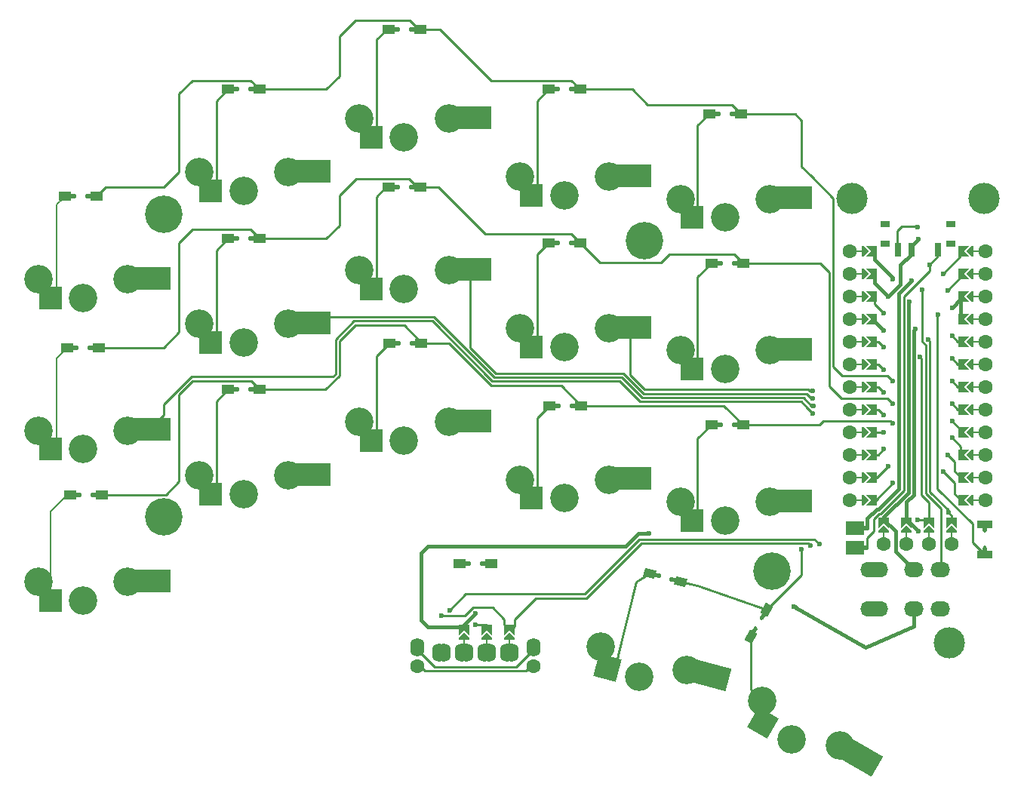
<source format=gtl>
G04 #@! TF.GenerationSoftware,KiCad,Pcbnew,7.0.6*
G04 #@! TF.CreationDate,2023-08-12T13:21:48+01:00*
G04 #@! TF.ProjectId,ferris_sweep,66657272-6973-45f7-9377-6565702e6b69,0.1*
G04 #@! TF.SameCoordinates,Original*
G04 #@! TF.FileFunction,Copper,L1,Top*
G04 #@! TF.FilePolarity,Positive*
%FSLAX46Y46*%
G04 Gerber Fmt 4.6, Leading zero omitted, Abs format (unit mm)*
G04 Created by KiCad (PCBNEW 7.0.6) date 2023-08-12 13:21:48*
%MOMM*%
%LPD*%
G01*
G04 APERTURE LIST*
G04 Aperture macros list*
%AMRotRect*
0 Rectangle, with rotation*
0 The origin of the aperture is its center*
0 $1 length*
0 $2 width*
0 $3 Rotation angle, in degrees counterclockwise*
0 Add horizontal line*
21,1,$1,$2,0,0,$3*%
%AMFreePoly0*
4,1,13,0.650000,0.228200,1.094200,0.228200,1.129555,0.213555,1.144200,0.178200,1.144200,-0.177400,1.129555,-0.212755,1.094200,-0.227400,0.650000,-0.227400,0.650000,-0.475000,-0.650000,-0.475000,-0.650000,0.475000,0.650000,0.475000,0.650000,0.228200,0.650000,0.228200,$1*%
%AMFreePoly1*
4,1,13,0.650000,-0.475000,-0.650000,-0.475000,-0.650000,-0.228600,-1.094200,-0.228600,-1.129555,-0.213955,-1.144200,-0.178600,-1.144200,0.177000,-1.129555,0.212355,-1.094200,0.227000,-0.650000,0.227000,-0.650000,0.475000,0.650000,0.475000,0.650000,-0.475000,0.650000,-0.475000,$1*%
%AMFreePoly2*
4,1,6,0.600000,0.200000,0.000000,-0.400000,-0.600000,0.200000,-0.600000,0.400000,0.600000,0.400000,0.600000,0.200000,0.600000,0.200000,$1*%
%AMFreePoly3*
4,1,5,0.125000,-0.500000,-0.125000,-0.500000,-0.125000,0.500000,0.125000,0.500000,0.125000,-0.500000,0.125000,-0.500000,$1*%
%AMFreePoly4*
4,1,6,0.600000,-0.250000,-0.600000,-0.250000,-0.600000,1.000000,0.000000,0.400000,0.600000,1.000000,0.600000,-0.250000,0.600000,-0.250000,$1*%
%AMFreePoly5*
4,1,13,0.450000,0.228600,0.723200,0.228600,0.758555,0.213955,0.773200,0.178600,0.773200,-0.177000,0.758555,-0.212355,0.723200,-0.227000,0.450000,-0.227000,0.450000,-0.850000,-0.450000,-0.850000,-0.450000,0.850000,0.450000,0.850000,0.450000,0.228600,0.450000,0.228600,$1*%
%AMFreePoly6*
4,1,13,0.750000,-1.050000,0.229000,-1.050000,0.229000,-1.335200,0.214355,-1.370555,0.179000,-1.385200,-0.176600,-1.385200,-0.211955,-1.370555,-0.226600,-1.335200,-0.226600,-1.050000,-0.750000,-1.050000,-0.750000,1.050000,0.750000,1.050000,0.750000,-1.050000,0.750000,-1.050000,$1*%
%AMFreePoly7*
4,1,13,0.750000,-1.050000,0.228600,-1.050000,0.228600,-1.335200,0.213955,-1.370555,0.178600,-1.385200,-0.177000,-1.385200,-0.212355,-1.370555,-0.227000,-1.335200,-0.227000,-1.050000,-0.750000,-1.050000,-0.750000,1.050000,0.750000,1.050000,0.750000,-1.050000,0.750000,-1.050000,$1*%
G04 Aperture macros list end*
G04 #@! TA.AperFunction,ComponentPad*
%ADD10C,4.200000*%
G04 #@! TD*
G04 #@! TA.AperFunction,SMDPad,CuDef*
%ADD11FreePoly0,180.000000*%
G04 #@! TD*
G04 #@! TA.AperFunction,ComponentPad*
%ADD12C,0.457200*%
G04 #@! TD*
G04 #@! TA.AperFunction,SMDPad,CuDef*
%ADD13FreePoly1,180.000000*%
G04 #@! TD*
G04 #@! TA.AperFunction,ComponentPad*
%ADD14C,3.200000*%
G04 #@! TD*
G04 #@! TA.AperFunction,SMDPad,CuDef*
%ADD15R,4.800000X2.600000*%
G04 #@! TD*
G04 #@! TA.AperFunction,SMDPad,CuDef*
%ADD16R,2.600000X2.600000*%
G04 #@! TD*
G04 #@! TA.AperFunction,ComponentPad*
%ADD17O,1.600000X2.100000*%
G04 #@! TD*
G04 #@! TA.AperFunction,SMDPad,CuDef*
%ADD18FreePoly2,180.000000*%
G04 #@! TD*
G04 #@! TA.AperFunction,SMDPad,CuDef*
%ADD19FreePoly3,180.000000*%
G04 #@! TD*
G04 #@! TA.AperFunction,SMDPad,CuDef*
%ADD20FreePoly4,180.000000*%
G04 #@! TD*
G04 #@! TA.AperFunction,ComponentPad*
%ADD21C,1.600000*%
G04 #@! TD*
G04 #@! TA.AperFunction,SMDPad,CuDef*
%ADD22RotRect,2.600000X4.800000X60.000000*%
G04 #@! TD*
G04 #@! TA.AperFunction,SMDPad,CuDef*
%ADD23RotRect,2.600000X2.600000X60.000000*%
G04 #@! TD*
G04 #@! TA.AperFunction,SMDPad,CuDef*
%ADD24FreePoly5,90.000000*%
G04 #@! TD*
G04 #@! TA.AperFunction,SMDPad,CuDef*
%ADD25FreePoly5,270.000000*%
G04 #@! TD*
G04 #@! TA.AperFunction,SMDPad,CuDef*
%ADD26R,1.000000X0.800000*%
G04 #@! TD*
G04 #@! TA.AperFunction,SMDPad,CuDef*
%ADD27R,0.700000X1.500000*%
G04 #@! TD*
G04 #@! TA.AperFunction,ComponentPad*
%ADD28C,3.500000*%
G04 #@! TD*
G04 #@! TA.AperFunction,SMDPad,CuDef*
%ADD29FreePoly3,90.000000*%
G04 #@! TD*
G04 #@! TA.AperFunction,SMDPad,CuDef*
%ADD30FreePoly2,90.000000*%
G04 #@! TD*
G04 #@! TA.AperFunction,SMDPad,CuDef*
%ADD31FreePoly2,270.000000*%
G04 #@! TD*
G04 #@! TA.AperFunction,SMDPad,CuDef*
%ADD32FreePoly3,270.000000*%
G04 #@! TD*
G04 #@! TA.AperFunction,SMDPad,CuDef*
%ADD33FreePoly4,270.000000*%
G04 #@! TD*
G04 #@! TA.AperFunction,SMDPad,CuDef*
%ADD34FreePoly4,90.000000*%
G04 #@! TD*
G04 #@! TA.AperFunction,ComponentPad*
%ADD35O,2.200000X1.700000*%
G04 #@! TD*
G04 #@! TA.AperFunction,SMDPad,CuDef*
%ADD36RotRect,2.600000X4.800000X75.000000*%
G04 #@! TD*
G04 #@! TA.AperFunction,SMDPad,CuDef*
%ADD37RotRect,2.600000X2.600000X75.000000*%
G04 #@! TD*
G04 #@! TA.AperFunction,SMDPad,CuDef*
%ADD38FreePoly6,90.000000*%
G04 #@! TD*
G04 #@! TA.AperFunction,SMDPad,CuDef*
%ADD39FreePoly7,90.000000*%
G04 #@! TD*
G04 #@! TA.AperFunction,SMDPad,CuDef*
%ADD40FreePoly0,240.000000*%
G04 #@! TD*
G04 #@! TA.AperFunction,SMDPad,CuDef*
%ADD41FreePoly1,240.000000*%
G04 #@! TD*
G04 #@! TA.AperFunction,SMDPad,CuDef*
%ADD42FreePoly0,165.000000*%
G04 #@! TD*
G04 #@! TA.AperFunction,SMDPad,CuDef*
%ADD43FreePoly1,165.000000*%
G04 #@! TD*
G04 #@! TA.AperFunction,ViaPad*
%ADD44C,0.600000*%
G04 #@! TD*
G04 #@! TA.AperFunction,Conductor*
%ADD45C,0.400000*%
G04 #@! TD*
G04 #@! TA.AperFunction,Conductor*
%ADD46C,0.250000*%
G04 #@! TD*
G04 #@! TA.AperFunction,Conductor*
%ADD47C,0.200000*%
G04 #@! TD*
G04 APERTURE END LIST*
D10*
X134228545Y-86750000D03*
D11*
X109050000Y-63000000D03*
D12*
X107949600Y-63000000D03*
X106600400Y-62999600D03*
D13*
X105500000Y-63000000D03*
D14*
X102229546Y-107039471D03*
X107229546Y-109139471D03*
X112229546Y-107039471D03*
D15*
X114629546Y-106939471D03*
D16*
X103529546Y-109139471D03*
D17*
X111163509Y-132975624D03*
X111687509Y-132975624D03*
X113703509Y-132975624D03*
D18*
X113965509Y-131100624D03*
D19*
X113965509Y-131608624D03*
D17*
X114227509Y-132975624D03*
X116243509Y-132975624D03*
D18*
X116505509Y-131100624D03*
D19*
X116505509Y-131608624D03*
D17*
X116767509Y-132975624D03*
X118783509Y-132975624D03*
D18*
X119045509Y-131100624D03*
D19*
X119045509Y-131608624D03*
D17*
X119307509Y-132975624D03*
D20*
X119045509Y-130084624D03*
X116505509Y-130084624D03*
X113965509Y-130084624D03*
D21*
X108687509Y-134450624D03*
X121783509Y-134450624D03*
D17*
X108687509Y-132350624D03*
X121783509Y-132350624D03*
D10*
X80250000Y-83750000D03*
D11*
X73000000Y-98750000D03*
D12*
X71899600Y-98750000D03*
X70550400Y-98749600D03*
D13*
X69450000Y-98750000D03*
D14*
X147436383Y-138408989D03*
X150716510Y-142727642D03*
X156096637Y-143408989D03*
D22*
X158225098Y-144522386D03*
D23*
X147512216Y-140877642D03*
D24*
X172380034Y-121952819D03*
D12*
X172380034Y-121223219D03*
X172380034Y-119283219D03*
D25*
X172380034Y-118552819D03*
D11*
X72750000Y-81750000D03*
D12*
X71649600Y-81750000D03*
X70300400Y-81749600D03*
D13*
X69200000Y-81750000D03*
D26*
X168540258Y-87100219D03*
X168540258Y-84900219D03*
X161240258Y-87100219D03*
X161240258Y-84900219D03*
D27*
X167140258Y-87750219D03*
X164140258Y-87750219D03*
X162640258Y-87750219D03*
D14*
X66229542Y-125039972D03*
X71229542Y-127139972D03*
X76229542Y-125039972D03*
D15*
X78629542Y-124939972D03*
D16*
X67529542Y-127139972D03*
D11*
X145250000Y-107400000D03*
D12*
X144149600Y-107400000D03*
X142800400Y-107399600D03*
D13*
X141700000Y-107400000D03*
D28*
X172281378Y-81999725D03*
D14*
X120228544Y-96539470D03*
X125228544Y-98639470D03*
X130228544Y-96539470D03*
D15*
X132628544Y-96439470D03*
D16*
X121528544Y-98639470D03*
D11*
X127000000Y-69750000D03*
D12*
X125899600Y-69750000D03*
X124550400Y-69749600D03*
D13*
X123450000Y-69750000D03*
D11*
X109025000Y-80750000D03*
D12*
X107924600Y-80750000D03*
X106575400Y-80749600D03*
D13*
X105475000Y-80750000D03*
D11*
X127000000Y-87000000D03*
D12*
X125899600Y-87000000D03*
X124550400Y-86999600D03*
D13*
X123450000Y-87000000D03*
D28*
X157500056Y-82000182D03*
D11*
X145000000Y-72500000D03*
D12*
X143899600Y-72500000D03*
X142550400Y-72499600D03*
D13*
X141450000Y-72500000D03*
D14*
X138229546Y-99039475D03*
X143229546Y-101139475D03*
X148229546Y-99039475D03*
D15*
X150629546Y-98939475D03*
D16*
X139529546Y-101139475D03*
D21*
X157270259Y-87893222D03*
X157270259Y-90433222D03*
X157270259Y-92973222D03*
X157270259Y-95513222D03*
X157270259Y-98053222D03*
X157270259Y-100593222D03*
X157270259Y-103133222D03*
X157270259Y-105673222D03*
X157270259Y-108213222D03*
X157270259Y-110753222D03*
X157270259Y-113293222D03*
X157270259Y-115833222D03*
D29*
X158540259Y-87893222D03*
X158540259Y-90433222D03*
X158540259Y-92973222D03*
X158540259Y-95513222D03*
X158540259Y-98053222D03*
X158540259Y-100593222D03*
X158540259Y-103133222D03*
X158540259Y-105673222D03*
X158540259Y-108213222D03*
X158540259Y-110753222D03*
X158540259Y-113293222D03*
X158540259Y-115833222D03*
D30*
X159048259Y-87893222D03*
X159048259Y-90433222D03*
X159048259Y-92973222D03*
X159048259Y-95513222D03*
X159048259Y-98053222D03*
X159048259Y-100593222D03*
X159048259Y-103133222D03*
X159048259Y-105673222D03*
X159048259Y-108213222D03*
X159048259Y-110753222D03*
X159048259Y-113293222D03*
X159048259Y-115833222D03*
D31*
X170732259Y-87893222D03*
X170732259Y-90433222D03*
X170732259Y-92973222D03*
X170732259Y-95513222D03*
X170732259Y-98053222D03*
X170732259Y-100593222D03*
X170732259Y-103133222D03*
X170732259Y-105673222D03*
X170732259Y-108213222D03*
X170732259Y-110753222D03*
X170732259Y-113293222D03*
X170732259Y-115833222D03*
D32*
X171240259Y-87893222D03*
X171240259Y-90433222D03*
X171240259Y-92973222D03*
X171240259Y-95513222D03*
X171240259Y-98053222D03*
X171240259Y-100593222D03*
X171240259Y-103133222D03*
X171240259Y-105673222D03*
X171240259Y-108213222D03*
X171240259Y-110753222D03*
X171240259Y-113293222D03*
X171240259Y-115833222D03*
D21*
X172510259Y-87893222D03*
X172510259Y-90433222D03*
X172510259Y-92973222D03*
X172510259Y-95513222D03*
X172510259Y-98053222D03*
X172510259Y-100593222D03*
X172510259Y-103133222D03*
X172510259Y-105673222D03*
X172510259Y-108213222D03*
X172510259Y-110753222D03*
X172510259Y-113293222D03*
X172510259Y-115833222D03*
D33*
X169716259Y-87893222D03*
X169716259Y-90433222D03*
X169716259Y-92973222D03*
X169716259Y-95513222D03*
X169716259Y-98053222D03*
X169716259Y-100593222D03*
X169716259Y-103133222D03*
X169716259Y-105673222D03*
X169716259Y-108213222D03*
X169716259Y-110753222D03*
X169716259Y-113293222D03*
X169716259Y-115833222D03*
D34*
X160064259Y-115833222D03*
X160064259Y-113293222D03*
X160064259Y-110753222D03*
X160064259Y-108213222D03*
X160064259Y-105673222D03*
X160064259Y-103133222D03*
X160064259Y-100593222D03*
X160064259Y-98053222D03*
X160064259Y-95513222D03*
X160064259Y-92973222D03*
X160064259Y-90433222D03*
X160064259Y-87893222D03*
D14*
X66229542Y-91039972D03*
X71229542Y-93139972D03*
X76229542Y-91039972D03*
D15*
X78629542Y-90939972D03*
D16*
X67529542Y-93139972D03*
D11*
X73300000Y-115250000D03*
D12*
X72199600Y-115250000D03*
X70850400Y-115249600D03*
D13*
X69750000Y-115250000D03*
D14*
X84229547Y-113039974D03*
X89229547Y-115139974D03*
X94229547Y-113039974D03*
D15*
X96629547Y-112939974D03*
D16*
X85529547Y-115139974D03*
D35*
X159504707Y-123624920D03*
X159504707Y-128024920D03*
X167404707Y-123624920D03*
X167404707Y-128024920D03*
X164404707Y-123624920D03*
X164404707Y-128024920D03*
X160404707Y-123624920D03*
X160404707Y-128024920D03*
D14*
X102229543Y-73039473D03*
X107229543Y-75139473D03*
X112229543Y-73039473D03*
D15*
X114629543Y-72939473D03*
D16*
X103529543Y-75139473D03*
D14*
X138229546Y-82039472D03*
X143229546Y-84139472D03*
X148229546Y-82039472D03*
D15*
X150629546Y-81939472D03*
D16*
X139529546Y-84139472D03*
D14*
X66229542Y-108039972D03*
X71229542Y-110139972D03*
X76229542Y-108039972D03*
D15*
X78629542Y-107939972D03*
D16*
X67529542Y-110139972D03*
D28*
X168386407Y-131897959D03*
D18*
X161080438Y-119094911D03*
D19*
X161080438Y-119602911D03*
D21*
X161080438Y-120752911D03*
D18*
X163620438Y-119094911D03*
D19*
X163620438Y-119602911D03*
D21*
X163620438Y-120752911D03*
D18*
X166160438Y-119094911D03*
D19*
X166160438Y-119602911D03*
D21*
X166160438Y-120752911D03*
D18*
X168700438Y-119094911D03*
D19*
X168700438Y-119602911D03*
D21*
X168700438Y-120752911D03*
D20*
X168700438Y-118078911D03*
X166160438Y-118078911D03*
X163620438Y-118078911D03*
X161080438Y-118078911D03*
D14*
X120228544Y-113539471D03*
X125228544Y-115639471D03*
X130228544Y-113539471D03*
D15*
X132628544Y-113439471D03*
D16*
X121528544Y-115639471D03*
D11*
X127100400Y-105250000D03*
D12*
X126000000Y-105250000D03*
X124650800Y-105249600D03*
D13*
X123550400Y-105250000D03*
D11*
X117000000Y-123000000D03*
D12*
X115899600Y-123000000D03*
X114550400Y-122999600D03*
D13*
X113450000Y-123000000D03*
D14*
X84229547Y-96039968D03*
X89229547Y-98139968D03*
X94229547Y-96039968D03*
D15*
X96629547Y-95939968D03*
D16*
X85529547Y-98139968D03*
D14*
X120228547Y-79539475D03*
X125228547Y-81639475D03*
X130228547Y-79539475D03*
D15*
X132628547Y-79439475D03*
D16*
X121528547Y-81639475D03*
D11*
X91000000Y-86500000D03*
D12*
X89899600Y-86500000D03*
X88550400Y-86499600D03*
D13*
X87450000Y-86500000D03*
D11*
X91000000Y-103450000D03*
D12*
X89899600Y-103450000D03*
X88550400Y-103449600D03*
D13*
X87450000Y-103450000D03*
D10*
X80250000Y-117750000D03*
D14*
X129315445Y-132315595D03*
X133601555Y-135638134D03*
X138974704Y-134903785D03*
D36*
X141318808Y-135428358D03*
D37*
X130027629Y-134680504D03*
D14*
X102229546Y-90039470D03*
X107229546Y-92139470D03*
X112229546Y-90039470D03*
D15*
X114629546Y-89939470D03*
D16*
X103529546Y-92139470D03*
D11*
X109100400Y-98250000D03*
D12*
X108000000Y-98250000D03*
X106650800Y-98249600D03*
D13*
X105550400Y-98250000D03*
D12*
X159199031Y-118951006D03*
D38*
X157857431Y-118951406D03*
D12*
X159199031Y-121151406D03*
D39*
X157857431Y-121151406D03*
D10*
X148510701Y-123849903D03*
D11*
X91000000Y-69750000D03*
D12*
X89899600Y-69750000D03*
X88550400Y-69749600D03*
D13*
X87450000Y-69750000D03*
D40*
X147875000Y-128125610D03*
D12*
X147324800Y-129078584D03*
X146649854Y-130246826D03*
D41*
X146100000Y-131200000D03*
D42*
X138250000Y-125000000D03*
D12*
X137187096Y-124715195D03*
X135883972Y-124365610D03*
D43*
X134820964Y-124081192D03*
D14*
X138229549Y-116039469D03*
X143229549Y-118139469D03*
X148229549Y-116039469D03*
D15*
X150629549Y-115939469D03*
D16*
X139529549Y-118139469D03*
D11*
X145250000Y-89250000D03*
D12*
X144149600Y-89250000D03*
X142800400Y-89249600D03*
D13*
X141700000Y-89250000D03*
D14*
X84229545Y-79039973D03*
X89229545Y-81139973D03*
X94229545Y-79039973D03*
D15*
X96629545Y-78939973D03*
D16*
X85529545Y-81139973D03*
D44*
X162064260Y-91068224D03*
X164150941Y-91232744D03*
X166170430Y-89423077D03*
X168716265Y-102498220D03*
X162064272Y-102498223D03*
X168716263Y-94243233D03*
X164898752Y-86600040D03*
X115235511Y-128534091D03*
X134700000Y-119625500D03*
X163912790Y-93618485D03*
X151000000Y-127800000D03*
X161564265Y-92973223D03*
X164570972Y-96618710D03*
X164894673Y-119344672D03*
X161064266Y-96783226D03*
X162064271Y-105038229D03*
X168716267Y-105038227D03*
X165390969Y-92248714D03*
X168216268Y-92338225D03*
X161064264Y-94878218D03*
X167094670Y-95005009D03*
X162064272Y-107187407D03*
X168716262Y-106943229D03*
X168716267Y-108848231D03*
X151800000Y-121400000D03*
X153100253Y-104406311D03*
X161064260Y-103768221D03*
X112341002Y-128179582D03*
X167716262Y-112658232D03*
X115235509Y-129804096D03*
X153800000Y-120800000D03*
X168216267Y-110753229D03*
X152800000Y-120900000D03*
X111425513Y-128804094D03*
X167716267Y-90433225D03*
X166017734Y-97803228D03*
X168282448Y-117227242D03*
X168716263Y-97418226D03*
X165118690Y-99768703D03*
X168716269Y-99958226D03*
X164890426Y-118078912D03*
X161064270Y-108213224D03*
X153094568Y-106105432D03*
X153125153Y-105252840D03*
X161064264Y-106308226D03*
X161064260Y-101228225D03*
X153100000Y-103600000D03*
X161064261Y-98688225D03*
X164890260Y-85200221D03*
X162064263Y-113928217D03*
X161564264Y-112023221D03*
X161064265Y-110118221D03*
D45*
X162763772Y-114548714D02*
X160479742Y-116832740D01*
X164150941Y-91234385D02*
X162763773Y-92621556D01*
X164150941Y-91232744D02*
X164150941Y-91234385D01*
X160479742Y-116832740D02*
X160273087Y-116832745D01*
X160064268Y-88888668D02*
X160064268Y-87893222D01*
X162064260Y-90888660D02*
X160064268Y-88888668D01*
X164150941Y-91234391D02*
X164150941Y-91232744D01*
X162763773Y-92621556D02*
X162763772Y-114548714D01*
X160273087Y-116832745D02*
X159199030Y-117906800D01*
X159199030Y-117906800D02*
X159199032Y-118951007D01*
X162064260Y-91068224D02*
X162064260Y-90888660D01*
D46*
X159911517Y-119346343D02*
X159199032Y-120058829D01*
X160493142Y-117357269D02*
X160490348Y-117357269D01*
X163288291Y-92991392D02*
X163288292Y-114765975D01*
X166170430Y-89423077D02*
X166170430Y-90109252D01*
X160490348Y-117357269D02*
X159911517Y-117936100D01*
X160493142Y-117357260D02*
X160493142Y-117357269D01*
X159911517Y-117936100D02*
X159911517Y-119346343D01*
X166170430Y-90109252D02*
X163288291Y-92991392D01*
X160697010Y-117357261D02*
X160493142Y-117357260D01*
X159199032Y-120058829D02*
X159199030Y-121151406D01*
X167148746Y-88444757D02*
X166170430Y-89423077D01*
X163288292Y-114765975D02*
X160697010Y-117357261D01*
X167148744Y-87750031D02*
X167148746Y-88444757D01*
X151850000Y-73250000D02*
X151850000Y-78400000D01*
X91000000Y-69750000D02*
X98500000Y-69750000D01*
X83500000Y-68750000D02*
X90000000Y-68750000D01*
X126000000Y-68750000D02*
X127000000Y-69750000D01*
X169351266Y-103133227D02*
X168716265Y-102498220D01*
X82000000Y-70250000D02*
X83500000Y-68750000D01*
X100000000Y-68250000D02*
X100000000Y-63750000D01*
X152925285Y-79475285D02*
X155400000Y-81950000D01*
X111250000Y-63000000D02*
X117000000Y-68750000D01*
X90000000Y-68750000D02*
X91000000Y-69750000D01*
X161444359Y-101878310D02*
X162064272Y-102498223D01*
X156378310Y-101878310D02*
X161444359Y-101878310D01*
X117000000Y-68750000D02*
X126000000Y-68750000D01*
X72750000Y-81750000D02*
X73750000Y-80750000D01*
X108850400Y-63000000D02*
X111250000Y-63000000D01*
X107850400Y-62000000D02*
X108850400Y-63000000D01*
X155400000Y-81950000D02*
X155400000Y-100900000D01*
X145000000Y-72500000D02*
X151100000Y-72500000D01*
X134561957Y-71500000D02*
X144000000Y-71500000D01*
X144000000Y-71500000D02*
X145000000Y-72500000D01*
X100000000Y-63750000D02*
X101750000Y-62000000D01*
X101750000Y-62000000D02*
X107850400Y-62000000D01*
X132811957Y-69750000D02*
X134561957Y-71500000D01*
X80250000Y-80750000D02*
X82000000Y-79000000D01*
X155400000Y-100900000D02*
X156378310Y-101878310D01*
X73750000Y-80750000D02*
X80250000Y-80750000D01*
X169716266Y-103133229D02*
X169351266Y-103133227D01*
X82000000Y-79000000D02*
X82000000Y-70250000D01*
X127000000Y-69750000D02*
X132811957Y-69750000D01*
X151100000Y-72500000D02*
X151850000Y-73250000D01*
X98500000Y-69750000D02*
X100000000Y-68250000D01*
X151850000Y-78400000D02*
X152925285Y-79475285D01*
D45*
X169716268Y-92973220D02*
X169716261Y-95513220D01*
X164148749Y-88254755D02*
X162935430Y-89468066D01*
X133512038Y-119625500D02*
X132077538Y-121060000D01*
X132077538Y-121060000D02*
X109860000Y-121060000D01*
X164148744Y-87350041D02*
X164898752Y-86600040D01*
X160064265Y-91473224D02*
X161564265Y-92973223D01*
X164148736Y-87750035D02*
X164148749Y-88254755D01*
X164400000Y-130000000D02*
X164404707Y-128024920D01*
X109860000Y-121060000D02*
X109150000Y-121770000D01*
X162935420Y-91602053D02*
X161564265Y-92973223D01*
X162935430Y-89468066D02*
X162935420Y-91602053D01*
X161080432Y-118078912D02*
X162364670Y-119363149D01*
X159000000Y-132400000D02*
X164400000Y-130000000D01*
X161080430Y-117715624D02*
X163812814Y-114983240D01*
X113719602Y-130050000D02*
X115235511Y-128534091D01*
X161080437Y-118078912D02*
X161080430Y-117715624D01*
X151100000Y-127800000D02*
X151000000Y-127800000D01*
X109150000Y-129280000D02*
X109920000Y-130050000D01*
X169716271Y-93243223D02*
X168716263Y-94243233D01*
X163812814Y-114983240D02*
X163812815Y-93718462D01*
X162364670Y-119363149D02*
X162364675Y-121584888D01*
X169716268Y-92973220D02*
X169716271Y-93243223D01*
X109150000Y-121770000D02*
X109150000Y-129280000D01*
X151000000Y-127800000D02*
X159000000Y-132400000D01*
X164148750Y-87750031D02*
X164148744Y-87350041D01*
X163812815Y-93718462D02*
X163912790Y-93618485D01*
X134700000Y-119625500D02*
X133512038Y-119625500D01*
X109920000Y-130050000D02*
X113719602Y-130050000D01*
X162364675Y-121584888D02*
X164404707Y-123624919D01*
X160064270Y-90433231D02*
X160064265Y-91473224D01*
X164412334Y-96777352D02*
X164570972Y-96618710D01*
X160064273Y-95513235D02*
X160064265Y-95783225D01*
X164412332Y-115231574D02*
X164412334Y-96777352D01*
X163620434Y-116023474D02*
X164412332Y-115231574D01*
X163628911Y-118078909D02*
X164894673Y-119344672D01*
X160064265Y-95783225D02*
X161064266Y-96783226D01*
X163620432Y-118078913D02*
X163620434Y-116023474D01*
D46*
X87450000Y-69750000D02*
X86154545Y-71045455D01*
X86154545Y-71045455D02*
X86154545Y-80514973D01*
X86154545Y-80514973D02*
X85529545Y-81139973D01*
X105300400Y-63000000D02*
X104154543Y-64145857D01*
X104154543Y-64145857D02*
X104154543Y-74514473D01*
X104154543Y-74514473D02*
X103529543Y-75139473D01*
X122153547Y-71046453D02*
X122153547Y-81014475D01*
X122153547Y-81014475D02*
X121528547Y-81639475D01*
X123450000Y-69750000D02*
X122153547Y-71046453D01*
X140154546Y-83514472D02*
X139529546Y-84139472D01*
X141450000Y-72500000D02*
X140154546Y-73795454D01*
X140154546Y-73795454D02*
X140154546Y-83514472D01*
X169716259Y-105673222D02*
X169351270Y-105673227D01*
X136075000Y-89175000D02*
X137000000Y-88250000D01*
X154950000Y-103057955D02*
X154950000Y-90250000D01*
X73000000Y-98750000D02*
X80250000Y-98750000D01*
X91000000Y-86500000D02*
X98500000Y-86500000D01*
X101875000Y-79750000D02*
X107750000Y-79750000D01*
X129175000Y-89175000D02*
X136075000Y-89175000D01*
X144250000Y-88250000D02*
X145250000Y-89250000D01*
X161424353Y-104398310D02*
X156290354Y-104398309D01*
X154950000Y-90250000D02*
X153950000Y-89250000D01*
X98500000Y-86500000D02*
X100000000Y-85000000D01*
X82000000Y-87000000D02*
X83500000Y-85500000D01*
X80250000Y-98750000D02*
X82000000Y-97000000D01*
X82000000Y-97000000D02*
X82000000Y-87000000D01*
X127000000Y-87000000D02*
X129175000Y-89175000D01*
X100000000Y-85000000D02*
X100000000Y-81625000D01*
X90000000Y-85500000D02*
X91000000Y-86500000D01*
X126000000Y-86000000D02*
X127000000Y-87000000D01*
X116375000Y-86000000D02*
X126000000Y-86000000D01*
X137000000Y-88250000D02*
X144250000Y-88250000D01*
X100000000Y-81625000D02*
X101875000Y-79750000D01*
X156290354Y-104398309D02*
X154950000Y-103057955D01*
X109025000Y-80750000D02*
X111125000Y-80750000D01*
X153950000Y-89250000D02*
X145250000Y-89250000D01*
X162064271Y-105038229D02*
X161424353Y-104398310D01*
X111125000Y-80750000D02*
X116375000Y-86000000D01*
X107750000Y-79750000D02*
X108750000Y-80750000D01*
X169351270Y-105673227D02*
X168716267Y-105038227D01*
X83500000Y-85500000D02*
X90000000Y-85500000D01*
X86154547Y-97514968D02*
X85529547Y-98139968D01*
X86154547Y-87795453D02*
X86154547Y-97514968D01*
X87450000Y-86500000D02*
X86154547Y-87795453D01*
X168216268Y-92338225D02*
X169716269Y-90838223D01*
X165393221Y-92250963D02*
X165393221Y-98061907D01*
X167434675Y-116767726D02*
X167434675Y-123594951D01*
X165393221Y-98061907D02*
X165743191Y-98411883D01*
X165743190Y-115076246D02*
X167434675Y-116767726D01*
X165743191Y-98411883D02*
X165743190Y-115076246D01*
X167434675Y-123594951D02*
X167404707Y-123624919D01*
X169716269Y-90838223D02*
X169716263Y-90433228D01*
X165390969Y-92248714D02*
X165393221Y-92250963D01*
X172380033Y-121952823D02*
X170992668Y-120565466D01*
X167091751Y-114596151D02*
X167091751Y-95007932D01*
X160064273Y-92973224D02*
X160064261Y-93878232D01*
X167091751Y-95007932D02*
X167094670Y-95005009D01*
X170992668Y-120565466D02*
X170992668Y-118497068D01*
X170992668Y-118497068D02*
X167091751Y-114596151D01*
X160064261Y-93878232D02*
X161064264Y-94878218D01*
X104154546Y-91514470D02*
X103529546Y-92139470D01*
X105200000Y-80750000D02*
X104154546Y-81795454D01*
X104154546Y-81795454D02*
X104154546Y-91514470D01*
X123450000Y-87000000D02*
X122153544Y-88296456D01*
X122153544Y-88296456D02*
X122153544Y-98014470D01*
X122153544Y-98014470D02*
X121528544Y-98639470D01*
X141700000Y-89250000D02*
X140154546Y-90795454D01*
X140154546Y-90795454D02*
X140154546Y-100514475D01*
X140154546Y-100514475D02*
X139529546Y-101139475D01*
X161826865Y-106950000D02*
X154250000Y-106950000D01*
X112250000Y-98250000D02*
X117000000Y-103000000D01*
X82000000Y-113750000D02*
X82000000Y-104000000D01*
X82000000Y-104000000D02*
X83500000Y-102500000D01*
X124850400Y-103000000D02*
X127100400Y-105250000D01*
X154250000Y-106950000D02*
X153800000Y-107400000D01*
X80500000Y-115250000D02*
X82000000Y-113750000D01*
X100000000Y-101875000D02*
X100000000Y-98000000D01*
X143100000Y-105250000D02*
X145250000Y-107400000D01*
X169716266Y-108213222D02*
X169716264Y-107943227D01*
X90050000Y-102500000D02*
X91000000Y-103450000D01*
X91000000Y-103450000D02*
X98425000Y-103450000D01*
X83500000Y-102500000D02*
X90050000Y-102500000D01*
X127100400Y-105250000D02*
X143100000Y-105250000D01*
X169716264Y-107943227D02*
X168716262Y-106943229D01*
X100000000Y-98000000D02*
X101750000Y-96250000D01*
X117000000Y-103000000D02*
X124850400Y-103000000D01*
X98425000Y-103450000D02*
X100000000Y-101875000D01*
X153800000Y-107400000D02*
X145250000Y-107400000D01*
X162064272Y-107187407D02*
X161826865Y-106950000D01*
X107250000Y-96250000D02*
X109250000Y-98250000D01*
X73300000Y-115250000D02*
X80500000Y-115250000D01*
X101750000Y-96250000D02*
X107250000Y-96250000D01*
X109250000Y-98250000D02*
X112250000Y-98250000D01*
X86154547Y-114514974D02*
X85529547Y-115139974D01*
X87450000Y-103450000D02*
X86154547Y-104745453D01*
X86154547Y-104745453D02*
X86154547Y-114514974D01*
X104154546Y-108514471D02*
X103529546Y-109139471D01*
X104154546Y-99645854D02*
X104154546Y-108514471D01*
X105550400Y-98250000D02*
X104154546Y-99645854D01*
X123550400Y-105250000D02*
X122153544Y-106646856D01*
X122153544Y-115014471D02*
X121528544Y-115639471D01*
X122153544Y-106646856D02*
X122153544Y-115014471D01*
X140154549Y-108945451D02*
X140154549Y-117514469D01*
X141700000Y-107400000D02*
X140154549Y-108945451D01*
X140154549Y-117514469D02*
X139529549Y-118139469D01*
X131250000Y-133250000D02*
X131250000Y-133458133D01*
X131250000Y-133458133D02*
X130027629Y-134680504D01*
X134820964Y-124081192D02*
X133250000Y-125000000D01*
X133250000Y-125000000D02*
X131250000Y-133250000D01*
X169716263Y-110753228D02*
X169716271Y-109848229D01*
X140100000Y-125400000D02*
X147875000Y-128125610D01*
X151800000Y-124200610D02*
X151800000Y-121400000D01*
X147875000Y-128125610D02*
X151800000Y-124200610D01*
X169716271Y-109848229D02*
X168716267Y-108848231D01*
X138250000Y-125000000D02*
X140100000Y-125400000D01*
X146100000Y-137072606D02*
X146100000Y-131200000D01*
X147436383Y-138408989D02*
X146100000Y-137072606D01*
X110630000Y-134550000D02*
X119820000Y-134550000D01*
X108687509Y-132350624D02*
X108687509Y-132607509D01*
X119820000Y-134550000D02*
X122240000Y-132130000D01*
X108687509Y-132607509D02*
X110630000Y-134550000D01*
X134103604Y-103900000D02*
X131803604Y-101600000D01*
X160429266Y-103133220D02*
X161064260Y-103768221D01*
X131803604Y-101600000D02*
X117509188Y-101600000D01*
X153100253Y-104406311D02*
X152906311Y-104406311D01*
X120943608Y-135010000D02*
X121783513Y-134170095D01*
X108687509Y-134170096D02*
X109527413Y-135010000D01*
X152906311Y-104406311D02*
X152400000Y-103900000D01*
X152400000Y-103900000D02*
X134103604Y-103900000D01*
X117509188Y-101600000D02*
X114629546Y-98720358D01*
X114629546Y-98720358D02*
X114629546Y-89939470D01*
X109527413Y-135010000D02*
X120943608Y-135010000D01*
X160064263Y-103133227D02*
X160429266Y-103133220D01*
X168981084Y-113923044D02*
X167716262Y-112658232D01*
X168981087Y-115098046D02*
X168981084Y-113923044D01*
X153800000Y-120800000D02*
X153250000Y-120250000D01*
X133630000Y-120250000D02*
X127490000Y-126390000D01*
X169716266Y-115833227D02*
X168981087Y-115098046D01*
X127490000Y-126390000D02*
X114610000Y-126390000D01*
X114610000Y-126390000D02*
X114130584Y-126390000D01*
X153250000Y-120250000D02*
X133630000Y-120250000D01*
X115235509Y-129804096D02*
X116495904Y-129804096D01*
X116495904Y-129804096D02*
X116505509Y-129813701D01*
X114130584Y-126390000D02*
X112341002Y-128179582D01*
X116505509Y-129813701D02*
X116505509Y-130084624D01*
X169017431Y-112594395D02*
X169017433Y-111554389D01*
X169716264Y-113293224D02*
X169017431Y-112594395D01*
X121969606Y-126880000D02*
X119650000Y-129199606D01*
X118450000Y-129208584D02*
X117150999Y-127909583D01*
X133900000Y-120700000D02*
X127720000Y-126880000D01*
X118684624Y-130084624D02*
X118450000Y-129850000D01*
X117150999Y-127900000D02*
X114976829Y-127900000D01*
X152800000Y-120900000D02*
X152600000Y-120700000D01*
X127720000Y-126880000D02*
X121969606Y-126880000D01*
X119650000Y-129199606D02*
X119650000Y-130000000D01*
X119565376Y-130084624D02*
X119045509Y-130084624D01*
X169017433Y-111554389D02*
X168216267Y-110753229D01*
X152700000Y-120900000D02*
X152800000Y-120900000D01*
X119045509Y-130084624D02*
X118684624Y-130084624D01*
X114976829Y-127909583D02*
X114082316Y-128804093D01*
X114082316Y-128804093D02*
X111425513Y-128804094D01*
X118450000Y-129850000D02*
X118450000Y-129208584D01*
X152600000Y-120700000D02*
X133900000Y-120700000D01*
X119650000Y-130000000D02*
X119565376Y-130084624D01*
X169716265Y-88433225D02*
X169716269Y-87893220D01*
X167716267Y-90433225D02*
X169716265Y-88433225D01*
X169351263Y-98053227D02*
X168716263Y-97418226D01*
X168700433Y-117645230D02*
X168282448Y-117227242D01*
X168282448Y-117227242D02*
X168282443Y-116979778D01*
X166192714Y-114890048D02*
X166192712Y-97978208D01*
X169716270Y-98053228D02*
X169351263Y-98053227D01*
X166192712Y-97978208D02*
X166017734Y-97803228D01*
X168700438Y-118078909D02*
X168700433Y-117645230D01*
X168282443Y-116979778D02*
X166192714Y-114890048D01*
X166160432Y-118078913D02*
X166160436Y-116129207D01*
X164890426Y-118078912D02*
X166160432Y-118078913D01*
X169716265Y-100593225D02*
X169351267Y-100593230D01*
X169351267Y-100593230D02*
X168716269Y-99958226D01*
X165293672Y-115262446D02*
X165293674Y-99943683D01*
X165293674Y-99943683D02*
X165118690Y-99768703D01*
X166160436Y-116129207D02*
X165293672Y-115262446D01*
X110386396Y-95750000D02*
X101613604Y-95750000D01*
X133730812Y-104800000D02*
X131430812Y-102500000D01*
X153094568Y-106105432D02*
X152500153Y-105511017D01*
X151800000Y-104800000D02*
X133730812Y-104800000D01*
X99550000Y-97813604D02*
X99550000Y-101688604D01*
X101613604Y-95750000D02*
X99550000Y-97813604D01*
X117136396Y-102500000D02*
X110386396Y-95750000D01*
X83363604Y-102000000D02*
X80250000Y-105113604D01*
X99550000Y-101688604D02*
X99238604Y-102000000D01*
X152500153Y-105511017D02*
X152500153Y-105500153D01*
X152500153Y-105500153D02*
X151800000Y-104800000D01*
X99238604Y-102000000D02*
X83363604Y-102000000D01*
X80250000Y-105113604D02*
X80250000Y-106319514D01*
X160064273Y-108213222D02*
X161064270Y-108213224D01*
X131430812Y-102500000D02*
X117136396Y-102500000D01*
X80250000Y-106319514D02*
X78629542Y-107939972D01*
X110572792Y-95300000D02*
X97269515Y-95300000D01*
X160064264Y-105673225D02*
X160429268Y-105673225D01*
X117322792Y-102050000D02*
X110572792Y-95300000D01*
X152050000Y-104350000D02*
X133917208Y-104350000D01*
X97269515Y-95300000D02*
X96629547Y-95939968D01*
X131617208Y-102050000D02*
X117322792Y-102050000D01*
X153125153Y-105252840D02*
X152952840Y-105252840D01*
X133917208Y-104350000D02*
X131617208Y-102050000D01*
X160429268Y-105673225D02*
X161064264Y-106308226D01*
X152952840Y-105252840D02*
X152050000Y-104350000D01*
X134240000Y-103400000D02*
X132628544Y-101788544D01*
X160064269Y-100593228D02*
X160429264Y-100593225D01*
X153100000Y-103600000D02*
X152736396Y-103600000D01*
X152736396Y-103600000D02*
X152536396Y-103400000D01*
X160429264Y-100593225D02*
X161064260Y-101228225D01*
X132628544Y-101788544D02*
X132628544Y-96439470D01*
X152536396Y-103400000D02*
X134240000Y-103400000D01*
X160064261Y-98053223D02*
X160429271Y-98053226D01*
X160429271Y-98053226D02*
X161064261Y-98688225D01*
X148329546Y-99139474D02*
X148488294Y-99298223D01*
X162561737Y-85657035D02*
X162561738Y-87671700D01*
X163056713Y-85162055D02*
X162561737Y-85657035D01*
X163056713Y-85162055D02*
X164852093Y-85162057D01*
X164852093Y-85162057D02*
X164890260Y-85200221D01*
X162561738Y-87671700D02*
X162640257Y-87750218D01*
X160159264Y-115833226D02*
X160064263Y-115833229D01*
X162064263Y-113928217D02*
X160159264Y-115833226D01*
X160064263Y-113293226D02*
X160294270Y-113293220D01*
X160294270Y-113293220D02*
X161564264Y-112023221D01*
X160429258Y-110753221D02*
X161064265Y-110118221D01*
X160064262Y-110753218D02*
X160429258Y-110753221D01*
D47*
X69750000Y-114900000D02*
X67529542Y-117120458D01*
X67529542Y-117120458D02*
X67529542Y-127139972D01*
X68250000Y-109419514D02*
X67529542Y-110139972D01*
X68250000Y-99950000D02*
X68250000Y-109419514D01*
X69450000Y-98750000D02*
X68250000Y-99950000D01*
X68250000Y-92419514D02*
X67529542Y-93139972D01*
X68250000Y-82700000D02*
X68250000Y-92419514D01*
X69000000Y-81950000D02*
X68250000Y-82700000D01*
M02*

</source>
